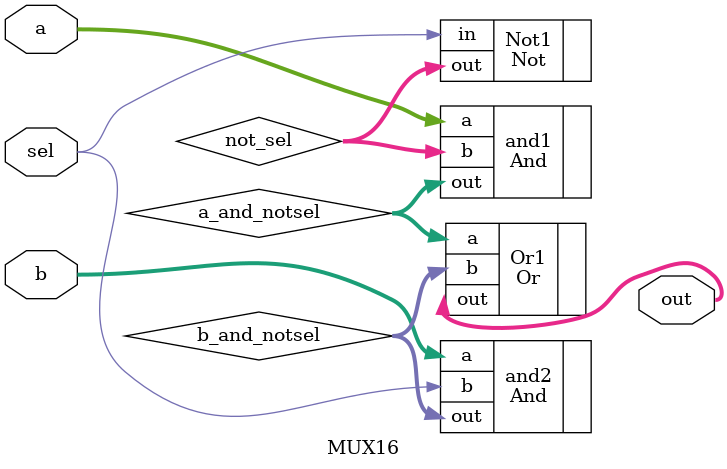
<source format=v>
`timescale 1ns / 1ps

module MUX16(
    input [15:0] a, b,
    input sel,
    output [15:0] out
    );
    wire [15:0] not_sel;
    wire [15:0] a_and_notsel;
    wire [15:0] b_and_notsel;
    Not Not1 (.in(sel), .out(not_sel));
    And and1 (.a(a), .b(not_sel), .out(a_and_notsel));
    And and2 (.a(b), .b(sel), .out(b_and_notsel));
    Or Or1 (.a(a_and_notsel), .b(b_and_notsel), .out(out));
    
endmodule

</source>
